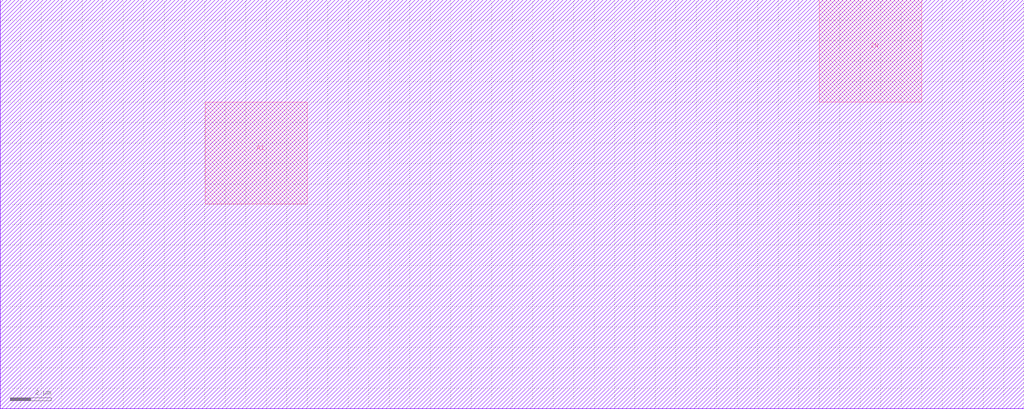
<source format=lef>
VERSION 5.6 ;
BUSBITCHARS "[]" ;
DIVIDERCHAR "/" ;

UNITS
  DATABASE MICRONS 1000 ;
END UNITS
MANUFACTURINGGRID 0.1 ;

LAYER metal1
  TYPE ROUTING ;
  DIRECTION HORIZONTAL ;
  PITCH 0.2 ;
  WIDTH 0.1 ;
  OFFSET 0.1 ;
  AREA 0.042 ;
END metal1

LAYER via1
  TYPE CUT ;
  SPACING 0.08 ;
  WIDTH 0.07 ;
  RESISTANCE 5 ;
END via1

LAYER metal2
  TYPE ROUTING ;
  DIRECTION VERTICAL ;
  PITCH 0.2 ;
  WIDTH 0.1 ;
  OFFSET 0.1 ;
  AREA 0.052 ;
END metal2

LAYER metal3
  TYPE ROUTING ;
  SPACINGTABLE
    PARALLELRUNLENGTH    0.0000     0.3000     0.9000     1.8000     2.7000     4.0000
      WIDTH 0.0000       0.0700     0.0700     0.0700     0.0700     0.0700     0.0700
      WIDTH 0.0900       0.0700     0.0900     0.0900     0.0900     0.0900     0.0900
      WIDTH 0.2700       0.0700     0.0900     0.2700     0.2700     0.2700     0.2700
      WIDTH 0.5000       0.0700     0.0900     0.2700     0.5000     0.5000     0.5000
      WIDTH 0.9000       0.0700     0.0900     0.2700     0.5000     0.9000     0.9000
      WIDTH 1.5000       0.0700     0.0900     0.2700     0.5000     0.9000     1.5000      ;
  WIDTH 0.07 ;
  PITCH 0.14 ;
  DIRECTION HORIZONTAL ;
  OFFSET 0.095 0.07 ;
  RESISTANCE RPERSQ 0.25 ;
  THICKNESS 0.14 ;
  HEIGHT 0.88 ;
  CAPACITANCE CPERSQDIST 2.7745e-05 ;
  EDGECAPACITANCE 2.5157e-05 ;
END metal3

LAYER via3
  TYPE CUT ;
  SPACING 0.09 ;
  WIDTH 0.07 ;
  RESISTANCE 5 ;
END via3

LAYER metal4
  TYPE ROUTING ;
  SPACINGTABLE
    PARALLELRUNLENGTH    0.0000     0.9000     1.8000     2.7000     4.0000
      WIDTH 0.0000       0.1400     0.1400     0.1400     0.1400     0.1400
      WIDTH 0.2700       0.1400     0.2700     0.2700     0.2700     0.2700
      WIDTH 0.5000       0.1400     0.2700     0.5000     0.5000     0.5000
      WIDTH 0.9000       0.1400     0.2700     0.5000     0.9000     0.9000
      WIDTH 1.5000       0.1400     0.2700     0.5000     0.9000     1.5000      ;
  WIDTH 0.14 ;
  PITCH 0.28 ;
  DIRECTION VERTICAL ;
  OFFSET 0.095 0.07 ;
  RESISTANCE RPERSQ 0.21 ;
  THICKNESS 0.28 ;
  HEIGHT 1.14 ;
  CAPACITANCE CPERSQDIST 2.0743e-05 ;
  EDGECAPACITANCE 3.0908e-05 ;
END metal4

LAYER via4
  TYPE CUT ;
  SPACING 0.16 ;
  WIDTH 0.14 ;
  RESISTANCE 3 ;
END via4

LAYER metal5
  TYPE ROUTING ;
  SPACINGTABLE
    PARALLELRUNLENGTH    0.0000     0.9000     1.8000     2.7000     4.0000
      WIDTH 0.0000       0.1400     0.1400     0.1400     0.1400     0.1400
      WIDTH 0.2700       0.1400     0.2700     0.2700     0.2700     0.2700
      WIDTH 0.5000       0.1400     0.2700     0.5000     0.5000     0.5000
      WIDTH 0.9000       0.1400     0.2700     0.5000     0.9000     0.9000
      WIDTH 1.5000       0.1400     0.2700     0.5000     0.9000     1.5000      ;
  WIDTH 0.14 ;
  PITCH 0.28 ;
  DIRECTION HORIZONTAL ;
  OFFSET 0.095 0.07 ;
  RESISTANCE RPERSQ 0.21 ;
  THICKNESS 0.28 ;
  HEIGHT 1.71 ;
  CAPACITANCE CPERSQDIST 1.3527e-05 ;
  EDGECAPACITANCE 2.3863e-06 ;
END metal5


SITE site1
  CLASS CORE ;
  SIZE 50 BY 20 ;
END site1

MACRO BUF_X1
 SIZE 50 BY 20 ;
 PIN Z DIRECTION OUTPUT ; END Z
 PIN A DIRECTION INPUT ; END A
 PIN VDD DIRECTION INOUT ; USE POWER ; END VDD
 PIN VSS DIRECTION INOUT ; USE GROUND ; END VSS
END BUF_X1

MACRO BUF_X2
 SIZE 50 BY 20 ;
 PIN Z DIRECTION OUTPUT ; END Z
 PIN A DIRECTION INPUT ; END A
 PIN VDD DIRECTION INOUT ; USE POWER ; END VDD
 PIN VSS DIRECTION INOUT ; USE GROUND ; END VSS
END BUF_X2

MACRO INV_X1
 SIZE 50 BY 20 ;
 PIN ZN DIRECTION OUTPUT ;
    DIRECTION OUTPUT ;
    PORT
        LAYER metal1 ;
            RECT 40 15 45 20 ;
    END
 END ZN
 PIN A DIRECTION INPUT ;
    DIRECTION INPUT ;
    PORT
        LAYER metal1 ;
            RECT 5 5 10 10 ;
    END
 END A
 PIN VDD DIRECTION INOUT ; USE POWER ; END VDD
 PIN VSS DIRECTION INOUT ; USE GROUND ; END VSS
END INV_X1

MACRO AND2_X1
 SIZE 50 BY 20 ;
 PIN ZN DIRECTION OUTPUT ;
     PORT
         LAYER metal1 ;
             RECT 40 15 45 20 ;
     END
 END ZN
 PIN A1
    DIRECTION INPUT ;
    PORT
        LAYER metal1 ;
            RECT 10 10 15 15 ;
    END
 END A1
 PIN A2 DIRECTION INPUT ; END A2
 PIN VDD DIRECTION INOUT ; USE POWER ; END VDD
 PIN VSS DIRECTION INOUT ; USE GROUND ; END VSS
END AND2_X1

MACRO NOR2_X1
 SIZE 50 BY 20 ;
 PIN ZN DIRECTION OUTPUT ; END ZN
 PIN A1 DIRECTION INPUT ; END A1
 PIN A2 DIRECTION INPUT ; END A2
 PIN VDD DIRECTION INOUT ; USE POWER ; END VDD
 PIN VSS DIRECTION INOUT ; USE GROUND ; END VSS
END NOR2_X1

MACRO DFF_X1
 SIZE 50 BY 20 ;
 PIN Q DIRECTION OUTPUT ;
      PORT
          LAYER metal1 ;
              RECT 40 10 45 15 ;
      END
 END Q
 PIN D DIRECTION INPUT ;
     DIRECTION INPUT ;
     PORT
         LAYER metal1 ;
             RECT 10 10 15 15 ;
     END
 END D
 PIN CK DIRECTION INPUT ;
     DIRECTION INPUT ;
     PORT
         LAYER metal1 ;
             RECT 23 0 25 5 ;
     END
 END CK
 PIN VDD DIRECTION INOUT ; USE POWER ; END VDD
 PIN VSS DIRECTION INOUT ; USE GROUND ; END VSS
END DFF_X1

END LIBRARY

</source>
